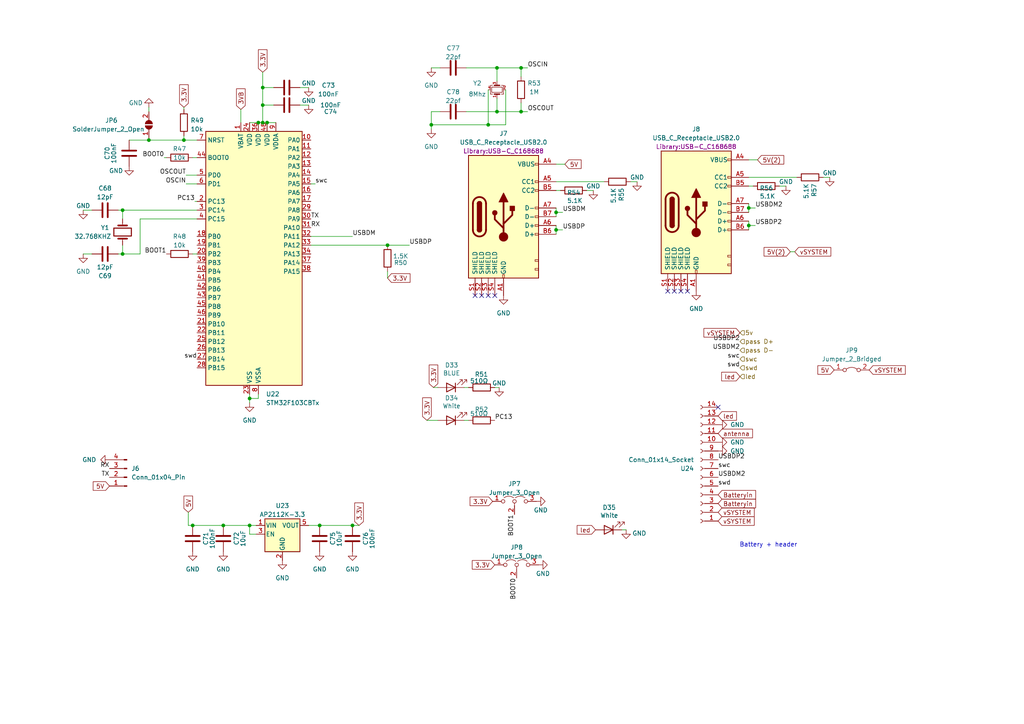
<source format=kicad_sch>
(kicad_sch (version 20231120) (generator "eeschema") (generator_version "8.0")
  (paper "A4")
  (lib_symbols
    (symbol "Connector:Conn_01x04_Pin" (pin_names (offset 1.016) hide)
      (property "Reference" "J" (at 0 5.08 0))
      (property "Value" "Conn_01x04_Pin" (at 0 -7.62 0))
      (symbol "Conn_01x04_Pin_1_1"
        (polyline (pts (xy 1.27 -5.08) (xy 0.8636 -5.08)) (stroke (width 0.1524)))
        (polyline (pts (xy 1.27 -2.54) (xy 0.8636 -2.54)) (stroke (width 0.1524)))
        (polyline (pts (xy 1.27 0) (xy 0.8636 0)) (stroke (width 0.1524)))
        (polyline (pts (xy 1.27 2.54) (xy 0.8636 2.54)) (stroke (width 0.1524)))
        (rectangle (start 0.8636 -4.953) (end 0 -5.207) (stroke (width 0.1524)) (fill (type outline)))
        (rectangle (start 0.8636 -2.413) (end 0 -2.667) (stroke (width 0.1524)) (fill (type outline)))
        (rectangle (start 0.8636 0.127) (end 0 -0.127) (stroke (width 0.1524)) (fill (type outline)))
        (rectangle (start 0.8636 2.667) (end 0 2.413) (stroke (width 0.1524)) (fill (type outline)))
        (pin passive line (at 5.08 2.54 180) (length 3.81) (name "Pin_1") (number "1"))
        (pin passive line (at 5.08 0 180) (length 3.81) (name "Pin_2") (number "2"))
        (pin passive line (at 5.08 -2.54 180) (length 3.81) (name "Pin_3") (number "3"))
        (pin passive line (at 5.08 -5.08 180) (length 3.81) (name "Pin_4") (number "4"))
      )
    )
    (symbol "Connector:Conn_01x14_Socket" (pin_names (offset 1.016) hide)
      (property "Reference" "J" (at 0 17.78 0))
      (property "Value" "Conn_01x14_Socket" (at 0 -20.32 0))
      (symbol "Conn_01x14_Socket_1_1"
        (arc (start 0 -17.272) (mid -0.5058 -17.78) (end 0 -18.288) (stroke (width 0.1524)))
        (arc (start 0 -14.732) (mid -0.5058 -15.24) (end 0 -15.748) (stroke (width 0.1524)))
        (arc (start 0 -12.192) (mid -0.5058 -12.7) (end 0 -13.208) (stroke (width 0.1524)))
        (arc (start 0 -9.652) (mid -0.5058 -10.16) (end 0 -10.668) (stroke (width 0.1524)))
        (arc (start 0 -7.112) (mid -0.5058 -7.62) (end 0 -8.128) (stroke (width 0.1524)))
        (arc (start 0 -4.572) (mid -0.5058 -5.08) (end 0 -5.588) (stroke (width 0.1524)))
        (arc (start 0 -2.032) (mid -0.5058 -2.54) (end 0 -3.048) (stroke (width 0.1524)))
        (polyline (pts (xy -1.27 -17.78) (xy -0.508 -17.78)) (stroke (width 0.1524)))
        (polyline (pts (xy -1.27 -15.24) (xy -0.508 -15.24)) (stroke (width 0.1524)))
        (polyline (pts (xy -1.27 -12.7) (xy -0.508 -12.7)) (stroke (width 0.1524)))
        (polyline (pts (xy -1.27 -10.16) (xy -0.508 -10.16)) (stroke (width 0.1524)))
        (polyline (pts (xy -1.27 -7.62) (xy -0.508 -7.62)) (stroke (width 0.1524)))
        (polyline (pts (xy -1.27 -5.08) (xy -0.508 -5.08)) (stroke (width 0.1524)))
        (polyline (pts (xy -1.27 -2.54) (xy -0.508 -2.54)) (stroke (width 0.1524)))
        (polyline (pts (xy -1.27 0) (xy -0.508 0)) (stroke (width 0.1524)))
        (polyline (pts (xy -1.27 2.54) (xy -0.508 2.54)) (stroke (width 0.1524)))
        (polyline (pts (xy -1.27 5.08) (xy -0.508 5.08)) (stroke (width 0.1524)))
        (polyline (pts (xy -1.27 7.62) (xy -0.508 7.62)) (stroke (width 0.1524)))
        (polyline (pts (xy -1.27 10.16) (xy -0.508 10.16)) (stroke (width 0.1524)))
        (polyline (pts (xy -1.27 12.7) (xy -0.508 12.7)) (stroke (width 0.1524)))
        (polyline (pts (xy -1.27 15.24) (xy -0.508 15.24)) (stroke (width 0.1524)))
        (arc (start 0 0.508) (mid -0.5058 0) (end 0 -0.508) (stroke (width 0.1524)))
        (arc (start 0 3.048) (mid -0.5058 2.54) (end 0 2.032) (stroke (width 0.1524)))
        (arc (start 0 5.588) (mid -0.5058 5.08) (end 0 4.572) (stroke (width 0.1524)))
        (arc (start 0 8.128) (mid -0.5058 7.62) (end 0 7.112) (stroke (width 0.1524)))
        (arc (start 0 10.668) (mid -0.5058 10.16) (end 0 9.652) (stroke (width 0.1524)))
        (arc (start 0 13.208) (mid -0.5058 12.7) (end 0 12.192) (stroke (width 0.1524)))
        (arc (start 0 15.748) (mid -0.5058 15.24) (end 0 14.732) (stroke (width 0.1524)))
        (pin passive line (at -5.08 15.24 0) (length 3.81) (name "Pin_1") (number "1"))
        (pin passive line (at -5.08 -7.62 0) (length 3.81) (name "Pin_10") (number "10"))
        (pin passive line (at -5.08 -10.16 0) (length 3.81) (name "Pin_11") (number "11"))
        (pin passive line (at -5.08 -12.7 0) (length 3.81) (name "Pin_12") (number "12"))
        (pin passive line (at -5.08 -15.24 0) (length 3.81) (name "Pin_13") (number "13"))
        (pin passive line (at -5.08 -17.78 0) (length 3.81) (name "Pin_14") (number "14"))
        (pin passive line (at -5.08 12.7 0) (length 3.81) (name "Pin_2") (number "2"))
        (pin passive line (at -5.08 10.16 0) (length 3.81) (name "Pin_3") (number "3"))
        (pin passive line (at -5.08 7.62 0) (length 3.81) (name "Pin_4") (number "4"))
        (pin passive line (at -5.08 5.08 0) (length 3.81) (name "Pin_5") (number "5"))
        (pin passive line (at -5.08 2.54 0) (length 3.81) (name "Pin_6") (number "6"))
        (pin passive line (at -5.08 0 0) (length 3.81) (name "Pin_7") (number "7"))
        (pin passive line (at -5.08 -2.54 0) (length 3.81) (name "Pin_8") (number "8"))
        (pin passive line (at -5.08 -5.08 0) (length 3.81) (name "Pin_9") (number "9"))
      )
    )
    (symbol "Device:C" (pin_numbers hide) (pin_names (offset 0.254))
      (property "Reference" "C" (at 0.635 2.54 0))
      (property "Value" "C" (at 0.635 -2.54 0))
      (symbol "C_0_1"
        (polyline (pts (xy -2.032 -0.762) (xy 2.032 -0.762)) (stroke (width 0.508)))
        (polyline (pts (xy -2.032 0.762) (xy 2.032 0.762)) (stroke (width 0.508)))
      )
      (symbol "C_1_1"
        (pin passive line (at 0 3.81 270) (length 2.794) (name "~") (number "1"))
        (pin passive line (at 0 -3.81 90) (length 2.794) (name "~") (number "2"))
      )
    )
    (symbol "Device:Crystal" (pin_numbers hide) (pin_names (offset 1.016) hide)
      (property "Reference" "Y" (at 0 3.81 0))
      (property "Value" "Crystal" (at 0 -3.81 0))
      (symbol "Crystal_0_1"
        (rectangle (start -1.143 2.54) (end 1.143 -2.54) (stroke (width 0.3048)))
        (polyline (pts (xy -2.54 0) (xy -1.905 0)))
        (polyline (pts (xy -1.905 -1.27) (xy -1.905 1.27)) (stroke (width 0.508)))
        (polyline (pts (xy 1.905 -1.27) (xy 1.905 1.27)) (stroke (width 0.508)))
        (polyline (pts (xy 2.54 0) (xy 1.905 0)))
      )
      (symbol "Crystal_1_1"
        (pin passive line (at -3.81 0 0) (length 1.27) (name "1") (number "1"))
        (pin passive line (at 3.81 0 180) (length 1.27) (name "2") (number "2"))
      )
    )
    (symbol "Device:Crystal_GND24_Small" (pin_names (offset 1.016) hide)
      (property "Reference" "Y" (at 1.27 4.445 0))
      (property "Value" "Crystal_GND24_Small" (at 1.27 2.54 0))
      (symbol "Crystal_GND24_Small_0_1"
        (rectangle (start -0.762 -1.524) (end 0.762 1.524))
        (polyline (pts (xy -1.27 -0.762) (xy -1.27 0.762)) (stroke (width 0.381)))
        (polyline (pts (xy 1.27 -0.762) (xy 1.27 0.762)) (stroke (width 0.381)))
        (polyline (pts (xy -1.27 -1.27) (xy -1.27 -1.905) (xy 1.27 -1.905) (xy 1.27 -1.27)))
        (polyline (pts (xy -1.27 1.27) (xy -1.27 1.905) (xy 1.27 1.905) (xy 1.27 1.27)))
      )
      (symbol "Crystal_GND24_Small_1_1"
        (pin passive line (at -2.54 0 0) (length 1.27) (name "1") (number "1"))
        (pin passive line (at 0 -2.54 90) (length 0.635) (name "2") (number "2"))
        (pin passive line (at 2.54 0 180) (length 1.27) (name "3") (number "3"))
        (pin passive line (at 0 2.54 270) (length 0.635) (name "4") (number "4"))
      )
    )
    (symbol "Device:LED" (pin_numbers hide) (pin_names (offset 1.016) hide)
      (property "Reference" "D" (at 0 2.54 0))
      (property "Value" "LED" (at 0 -2.54 0))
      (symbol "LED_0_1"
        (polyline (pts (xy -1.27 -1.27) (xy -1.27 1.27)) (stroke (width 0.254)))
        (polyline (pts (xy -1.27 0) (xy 1.27 0)))
        (polyline (pts (xy 1.27 -1.27) (xy 1.27 1.27) (xy -1.27 0) (xy 1.27 -1.27)) (stroke (width 0.254)))
        (polyline (pts (xy -3.048 -0.762) (xy -4.572 -2.286) (xy -3.81 -2.286) (xy -4.572 -2.286) (xy -4.572 -1.524)))
        (polyline (pts (xy -1.778 -0.762) (xy -3.302 -2.286) (xy -2.54 -2.286) (xy -3.302 -2.286) (xy -3.302 -1.524)))
      )
      (symbol "LED_1_1"
        (pin passive line (at -3.81 0 0) (length 2.54) (name "K") (number "1"))
        (pin passive line (at 3.81 0 180) (length 2.54) (name "A") (number "2"))
      )
    )
    (symbol "Device:R" (pin_numbers hide) (pin_names (offset 0))
      (property "Reference" "R" (at 2.032 0 90))
      (property "Value" "R" (at 0 0 90))
      (symbol "R_0_1"
        (rectangle (start -1.016 -2.54) (end 1.016 2.54) (stroke (width 0.254)))
      )
      (symbol "R_1_1"
        (pin passive line (at 0 3.81 270) (length 1.27) (name "~") (number "1"))
        (pin passive line (at 0 -3.81 90) (length 1.27) (name "~") (number "2"))
      )
    )
    (symbol "Jumper:Jumper_2_Bridged" (pin_names (offset 0) hide)
      (property "Reference" "JP" (at 0 1.905 0))
      (property "Value" "Jumper_2_Bridged" (at 0 -2.54 0))
      (symbol "Jumper_2_Bridged_0_0"
        (circle (center -2.032 0) (radius 0.508))
        (circle (center 2.032 0) (radius 0.508))
      )
      (symbol "Jumper_2_Bridged_0_1"
        (arc (start 1.524 0.254) (mid 0 0.762) (end -1.524 0.254))
      )
      (symbol "Jumper_2_Bridged_1_1"
        (pin passive line (at -5.08 0 0) (length 2.54) (name "A") (number "1"))
        (pin passive line (at 5.08 0 180) (length 2.54) (name "B") (number "2"))
      )
    )
    (symbol "Jumper:Jumper_3_Open" (pin_names (offset 0) hide)
      (property "Reference" "JP" (at -2.54 -2.54 0))
      (property "Value" "Jumper_3_Open" (at 0 2.794 0))
      (symbol "Jumper_3_Open_0_0"
        (circle (center -3.302 0) (radius 0.508))
        (circle (center 0 0) (radius 0.508))
        (circle (center 3.302 0) (radius 0.508))
      )
      (symbol "Jumper_3_Open_0_1"
        (arc (start -0.254 1.016) (mid -1.651 1.4992) (end -3.048 1.016))
        (polyline (pts (xy 0 -0.508) (xy 0 -1.27)))
        (arc (start 3.048 1.016) (mid 1.651 1.4992) (end 0.254 1.016))
      )
      (symbol "Jumper_3_Open_1_1"
        (pin passive line (at -6.35 0 0) (length 2.54) (name "A") (number "1"))
        (pin passive line (at 0 -3.81 90) (length 2.54) (name "C") (number "2"))
        (pin passive line (at 6.35 0 180) (length 2.54) (name "B") (number "3"))
      )
    )
    (symbol "Jumper:SolderJumper_2_Open" (pin_names (offset 0) hide)
      (property "Reference" "JP" (at 0 2.032 0))
      (property "Value" "SolderJumper_2_Open" (at 0 -2.54 0))
      (symbol "SolderJumper_2_Open_0_1"
        (arc (start -0.254 1.016) (mid -1.2656 0) (end -0.254 -1.016))
        (arc (start -0.254 1.016) (mid -1.2656 0) (end -0.254 -1.016) (fill (type outline)))
        (polyline (pts (xy -0.254 1.016) (xy -0.254 -1.016)))
        (polyline (pts (xy 0.254 1.016) (xy 0.254 -1.016)))
        (arc (start 0.254 -1.016) (mid 1.2656 0) (end 0.254 1.016))
        (arc (start 0.254 -1.016) (mid 1.2656 0) (end 0.254 1.016) (fill (type outline)))
      )
      (symbol "SolderJumper_2_Open_1_1"
        (pin passive line (at -3.81 0 0) (length 2.54) (name "A") (number "1"))
        (pin passive line (at 3.81 0 180) (length 2.54) (name "B") (number "2"))
      )
    )
    (symbol "Library:USB_C_Receptacle_USB2.0" (pin_names (offset 1.016))
      (property "Reference" "J1" (at 2.7178 24.3078 0))
      (property "Value" "USB_C_Receptacle_USB2.0" (at 2.7178 21.9964 0))
      (property "Footprint" "Library:USB-C_C168688" (at 2.7178 19.685 0))
      (symbol "USB_C_Receptacle_USB2.0_0_0"
        (rectangle (start -0.254 -17.78) (end 0.254 -16.764))
        (rectangle (start 10.16 -14.986) (end 9.144 -15.494))
        (rectangle (start 10.16 -12.446) (end 9.144 -12.954))
        (rectangle (start 10.16 -4.826) (end 9.144 -5.334))
        (rectangle (start 10.16 -2.286) (end 9.144 -2.794))
        (rectangle (start 10.16 0.254) (end 9.144 -0.254))
        (rectangle (start 10.16 2.794) (end 9.144 2.286))
        (rectangle (start 10.16 7.874) (end 9.144 7.366))
        (rectangle (start 10.16 10.414) (end 9.144 9.906))
        (rectangle (start 10.16 15.494) (end 9.144 14.986))
      )
      (symbol "USB_C_Receptacle_USB2.0_0_1"
        (rectangle (start -10.16 17.78) (end 10.16 -17.78) (stroke (width 0.254)) (fill (type background)))
        (arc (start -8.89 -3.81) (mid -6.985 -5.7067) (end -5.08 -3.81) (stroke (width 0.508)))
        (arc (start -7.62 -3.81) (mid -6.985 -4.4423) (end -6.35 -3.81) (stroke (width 0.254)))
        (arc (start -7.62 -3.81) (mid -6.985 -4.4423) (end -6.35 -3.81) (stroke (width 0.254)) (fill (type outline)))
        (rectangle (start -7.62 -3.81) (end -6.35 3.81) (stroke (width 0.254)) (fill (type outline)))
        (arc (start -6.35 3.81) (mid -6.985 4.4423) (end -7.62 3.81) (stroke (width 0.254)))
        (arc (start -6.35 3.81) (mid -6.985 4.4423) (end -7.62 3.81) (stroke (width 0.254)) (fill (type outline)))
        (arc (start -5.08 3.81) (mid -6.985 5.7067) (end -8.89 3.81) (stroke (width 0.508)))
        (circle (center -2.54 1.143) (radius 0.635) (stroke (width 0.254)) (fill (type outline)))
        (circle (center 0 -5.842) (radius 1.27) (fill (type outline)))
        (polyline (pts (xy -8.89 -3.81) (xy -8.89 3.81)) (stroke (width 0.508)))
        (polyline (pts (xy -5.08 3.81) (xy -5.08 -3.81)) (stroke (width 0.508)))
        (polyline (pts (xy 0 -5.842) (xy 0 4.318)) (stroke (width 0.508)))
        (polyline (pts (xy 0 -3.302) (xy -2.54 -0.762) (xy -2.54 0.508)) (stroke (width 0.508)))
        (polyline (pts (xy 0 -2.032) (xy 2.54 0.508) (xy 2.54 1.778)) (stroke (width 0.508)))
        (polyline (pts (xy -1.27 4.318) (xy 0 6.858) (xy 1.27 4.318) (xy -1.27 4.318)) (stroke (width 0.254)) (fill (type outline)))
        (rectangle (start 1.905 1.778) (end 3.175 3.048) (stroke (width 0.254)) (fill (type outline)))
      )
      (symbol "USB_C_Receptacle_USB2.0_1_1"
        (pin power_in line (at 0 -22.86 90) (length 5.08) (name "GND") (number "A1"))
        (pin power_in line (at 15.24 15.24 180) (length 5.08) (name "VBUS") (number "A4"))
        (pin bidirectional line (at 15.24 10.16 180) (length 5.08) (name "CC1") (number "A5"))
        (pin bidirectional line (at 15.24 -2.54 180) (length 5.08) (name "D+") (number "A6"))
        (pin bidirectional line (at 15.24 2.54 180) (length 5.08) (name "D-") (number "A7"))
        (pin bidirectional line (at 15.24 7.62 180) (length 5.08) (name "CC2") (number "B5"))
        (pin bidirectional line (at 15.24 -5.08 180) (length 5.08) (name "D+") (number "B6"))
        (pin bidirectional line (at 15.24 0 180) (length 5.08) (name "D-") (number "B7"))
        (pin passive line (at -8.255 -22.86 90) (length 5.08) (name "SHIELD") (number "S1"))
        (pin passive line (at -6.35 -22.86 90) (length 5.08) (name "SHIELD") (number "S2"))
        (pin passive line (at -4.445 -22.86 90) (length 5.08) (name "SHIELD") (number "S3"))
        (pin passive line (at -2.54 -22.86 90) (length 5.08) (name "SHIELD") (number "S4"))
      )
    )
    (symbol "MCU_ST_STM32F1:STM32F103CBTx"
      (property "Reference" "U" (at -12.7 39.37 0))
      (property "Value" "STM32F103CBTx" (at 10.16 39.37 0))
      (symbol "STM32F103CBTx_0_1"
        (rectangle (start -12.7 -35.56) (end 15.24 38.1) (stroke (width 0.254)) (fill (type background)))
      )
      (symbol "STM32F103CBTx_1_1"
        (pin power_in line (at -2.54 40.64 270) (length 2.54) (name "VBAT") (number "1"))
        (pin bidirectional line (at 17.78 35.56 180) (length 2.54) (name "PA0") (number "10"))
        (pin bidirectional line (at 17.78 33.02 180) (length 2.54) (name "PA1") (number "11"))
        (pin bidirectional line (at 17.78 30.48 180) (length 2.54) (name "PA2") (number "12"))
        (pin bidirectional line (at 17.78 27.94 180) (length 2.54) (name "PA3") (number "13"))
        (pin bidirectional line (at 17.78 25.4 180) (length 2.54) (name "PA4") (number "14"))
        (pin bidirectional line (at 17.78 22.86 180) (length 2.54) (name "PA5") (number "15"))
        (pin bidirectional line (at 17.78 20.32 180) (length 2.54) (name "PA6") (number "16"))
        (pin bidirectional line (at 17.78 17.78 180) (length 2.54) (name "PA7") (number "17"))
        (pin bidirectional line (at -15.24 7.62 0) (length 2.54) (name "PB0") (number "18"))
        (pin bidirectional line (at -15.24 5.08 0) (length 2.54) (name "PB1") (number "19"))
        (pin bidirectional line (at -15.24 17.78 0) (length 2.54) (name "PC13") (number "2"))
        (pin bidirectional line (at -15.24 2.54 0) (length 2.54) (name "PB2") (number "20"))
        (pin bidirectional line (at -15.24 -17.78 0) (length 2.54) (name "PB10") (number "21"))
        (pin bidirectional line (at -15.24 -20.32 0) (length 2.54) (name "PB11") (number "22"))
        (pin power_in line (at 0 -38.1 90) (length 2.54) (name "VSS") (number "23"))
        (pin power_in line (at 0 40.64 270) (length 2.54) (name "VDD") (number "24"))
        (pin bidirectional line (at -15.24 -22.86 0) (length 2.54) (name "PB12") (number "25"))
        (pin bidirectional line (at -15.24 -25.4 0) (length 2.54) (name "PB13") (number "26"))
        (pin bidirectional line (at -15.24 -27.94 0) (length 2.54) (name "PB14") (number "27"))
        (pin bidirectional line (at -15.24 -30.48 0) (length 2.54) (name "PB15") (number "28"))
        (pin bidirectional line (at 17.78 15.24 180) (length 2.54) (name "PA8") (number "29"))
        (pin bidirectional line (at -15.24 15.24 0) (length 2.54) (name "PC14") (number "3"))
        (pin bidirectional line (at 17.78 12.7 180) (length 2.54) (name "PA9") (number "30"))
        (pin bidirectional line (at 17.78 10.16 180) (length 2.54) (name "PA10") (number "31"))
        (pin bidirectional line (at 17.78 7.62 180) (length 2.54) (name "PA11") (number "32"))
        (pin bidirectional line (at 17.78 5.08 180) (length 2.54) (name "PA12") (number "33"))
        (pin bidirectional line (at 17.78 2.54 180) (length 2.54) (name "PA13") (number "34"))
        (pin passive line (at 0 -38.1 90) (length 2.54) hide (name "VSS") (number "35"))
        (pin power_in line (at 2.54 40.64 270) (length 2.54) (name "VDD") (number "36"))
        (pin bidirectional line (at 17.78 0 180) (length 2.54) (name "PA14") (number "37"))
        (pin bidirectional line (at 17.78 -2.54 180) (length 2.54) (name "PA15") (number "38"))
        (pin bidirectional line (at -15.24 0 0) (length 2.54) (name "PB3") (number "39"))
        (pin bidirectional line (at -15.24 12.7 0) (length 2.54) (name "PC15") (number "4"))
        (pin bidirectional line (at -15.24 -2.54 0) (length 2.54) (name "PB4") (number "40"))
        (pin bidirectional line (at -15.24 -5.08 0) (length 2.54) (name "PB5") (number "41"))
        (pin bidirectional line (at -15.24 -7.62 0) (length 2.54) (name "PB6") (number "42"))
        (pin bidirectional line (at -15.24 -10.16 0) (length 2.54) (name "PB7") (number "43"))
        (pin input line (at -15.24 30.48 0) (length 2.54) (name "BOOT0") (number "44"))
        (pin bidirectional line (at -15.24 -12.7 0) (length 2.54) (name "PB8") (number "45"))
        (pin bidirectional line (at -15.24 -15.24 0) (length 2.54) (name "PB9") (number "46"))
        (pin passive line (at 0 -38.1 90) (length 2.54) hide (name "VSS") (number "47"))
        (pin power_in line (at 5.08 40.64 270) (length 2.54) (name "VDD") (number "48"))
        (pin bidirectional line (at -15.24 25.4 0) (length 2.54) (name "PD0") (number "5"))
        (pin bidirectional line (at -15.24 22.86 0) (length 2.54) (name "PD1") (number "6"))
        (pin input line (at -15.24 35.56 0) (length 2.54) (name "NRST") (number "7"))
        (pin power_in line (at 2.54 -38.1 90) (length 2.54) (name "VSSA") (number "8"))
        (pin power_in line (at 7.62 40.64 270) (length 2.54) (name "VDDA") (number "9"))
      )
    )
    (symbol "Regulator_Linear:AP2112K-3.3" (pin_names (offset 0.254))
      (property "Reference" "U" (at -5.08 5.715 0))
      (property "Value" "AP2112K-3.3" (at 0 5.715 0))
      (symbol "AP2112K-3.3_0_1"
        (rectangle (start -5.08 4.445) (end 5.08 -5.08) (stroke (width 0.254)) (fill (type background)))
      )
      (symbol "AP2112K-3.3_1_1"
        (pin power_in line (at -7.62 2.54 0) (length 2.54) (name "VIN") (number "1"))
        (pin power_in line (at 0 -7.62 90) (length 2.54) (name "GND") (number "2"))
        (pin input line (at -7.62 0 0) (length 2.54) (name "EN") (number "3"))
        (pin no_connect line (at 5.08 0 180) (length 2.54) hide (name "NC") (number "4"))
        (pin power_out line (at 7.62 2.54 180) (length 2.54) (name "VOUT") (number "5"))
      )
    )
    (symbol "power:GND" (power) (pin_names (offset 0))
      (property "Value" "GND" (at 0 -3.81 0))
      (symbol "GND_0_1"
        (polyline (pts (xy 0 0) (xy 0 -1.27) (xy 1.27 -1.27) (xy 0 -2.54) (xy -1.27 -1.27) (xy 0 -1.27)))
      )
      (symbol "GND_1_1"
        (pin power_in line (at 0 0 270) (length 0) hide (name "GND") (number "1"))
      )
    )
  )
  (junction (at 161.29 61.595))
  (junction (at 77.47 35.56))
  (junction (at 144.145 32.385))
  (junction (at 92.71 152.4))
  (junction (at 72.39 115.57))
  (junction (at 64.77 152.4))
  (junction (at 55.88 152.4))
  (junction (at 125.095 36.195))
  (junction (at 74.93 35.56))
  (junction (at 217.17 65.405))
  (junction (at 161.29 66.675))
  (junction (at 151.13 19.685))
  (junction (at 112.395 71.12))
  (junction (at 53.34 40.64))
  (junction (at 35.56 60.96))
  (junction (at 43.18 40.64))
  (junction (at 76.2 35.56))
  (junction (at 144.145 19.685))
  (junction (at 76.2 25.4))
  (junction (at 151.13 32.385))
  (junction (at 35.56 73.66))
  (junction (at 141.605 36.195))
  (junction (at 72.39 152.4))
  (junction (at 217.17 60.325))
  (junction (at 76.2 30.48))
  (junction (at 102.235 152.4))
  (no_connect (at 143.51 85.725))
  (no_connect (at 197.485 84.455))
  (no_connect (at 199.39 84.455))
  (no_connect (at 208.28 118.11))
  (no_connect (at 193.675 84.455))
  (no_connect (at 137.795 85.725))
  (no_connect (at 139.7 85.725))
  (no_connect (at 141.605 85.725))
  (no_connect (at 195.58 84.455))
  (wire (pts (xy 144.145 19.685) (xy 151.13 19.685)))
  (wire (pts (xy 134.62 112.395) (xy 135.89 112.395)))
  (wire (pts (xy 217.17 60.325) (xy 217.17 61.595)))
  (wire (pts (xy 125.095 19.685) (xy 127.635 19.685)))
  (wire (pts (xy 90.17 68.58) (xy 102.235 68.58)))
  (wire (pts (xy 76.2 30.48) (xy 79.375 30.48)))
  (wire (pts (xy 125.095 32.385) (xy 127.635 32.385)))
  (wire (pts (xy 72.39 35.56) (xy 74.93 35.56)))
  (wire (pts (xy 135.255 19.685) (xy 144.145 19.685)))
  (wire (pts (xy 35.56 71.12) (xy 35.56 73.66)))
  (wire (pts (xy 144.78 112.395) (xy 143.51 112.395)))
  (wire (pts (xy 35.56 60.96) (xy 57.15 60.96)))
  (wire (pts (xy 74.93 115.57) (xy 74.93 114.3)))
  (wire (pts (xy 76.2 20.955) (xy 76.2 25.4)))
  (wire (pts (xy 125.095 36.195) (xy 125.095 32.385)))
  (wire (pts (xy 144.145 28.575) (xy 144.145 32.385)))
  (wire (pts (xy 91.44 53.34) (xy 90.17 53.34)))
  (wire (pts (xy 55.88 45.72) (xy 57.15 45.72)))
  (wire (pts (xy 240.665 51.435) (xy 238.76 51.435)))
  (wire (pts (xy 118.745 71.12) (xy 112.395 71.12)))
  (wire (pts (xy 77.47 35.56) (xy 80.01 35.56)))
  (wire (pts (xy 55.88 73.66) (xy 57.15 73.66)))
  (wire (pts (xy 72.39 116.84) (xy 72.39 115.57)))
  (wire (pts (xy 161.29 60.325) (xy 161.29 61.595)))
  (wire (pts (xy 146.685 26.035) (xy 146.685 36.195)))
  (wire (pts (xy 72.39 154.94) (xy 72.39 152.4)))
  (wire (pts (xy 146.685 36.195) (xy 141.605 36.195)))
  (wire (pts (xy 53.34 40.64) (xy 57.15 40.64)))
  (wire (pts (xy 74.295 154.94) (xy 72.39 154.94)))
  (wire (pts (xy 64.77 152.4) (xy 55.88 152.4)))
  (wire (pts (xy 217.17 64.135) (xy 217.17 65.405)))
  (wire (pts (xy 76.2 25.4) (xy 76.2 30.48)))
  (wire (pts (xy 125.095 37.465) (xy 125.095 36.195)))
  (wire (pts (xy 53.34 39.37) (xy 53.34 40.64)))
  (wire (pts (xy 163.195 61.595) (xy 161.29 61.595)))
  (wire (pts (xy 161.29 66.675) (xy 161.29 67.945)))
  (wire (pts (xy 219.075 60.325) (xy 217.17 60.325)))
  (wire (pts (xy 141.605 36.195) (xy 125.095 36.195)))
  (wire (pts (xy 104.14 152.4) (xy 102.235 152.4)))
  (wire (pts (xy 35.56 73.66) (xy 40.64 73.66)))
  (wire (pts (xy 69.85 31.75) (xy 69.85 35.56)))
  (wire (pts (xy 151.13 32.385) (xy 153.035 32.385)))
  (wire (pts (xy 56.515 58.42) (xy 57.15 58.42)))
  (wire (pts (xy 74.93 35.56) (xy 76.2 35.56)))
  (wire (pts (xy 184.785 52.705) (xy 182.88 52.705)))
  (wire (pts (xy 219.075 65.405) (xy 217.17 65.405)))
  (wire (pts (xy 76.2 25.4) (xy 79.375 25.4)))
  (wire (pts (xy 53.34 31.75) (xy 53.34 31.115)))
  (wire (pts (xy 72.39 115.57) (xy 74.93 115.57)))
  (wire (pts (xy 74.295 152.4) (xy 72.39 152.4)))
  (wire (pts (xy 163.195 66.675) (xy 161.29 66.675)))
  (wire (pts (xy 43.18 40.005) (xy 43.18 40.64)))
  (wire (pts (xy 151.13 19.685) (xy 151.13 22.225)))
  (wire (pts (xy 227.965 53.975) (xy 226.06 53.975)))
  (wire (pts (xy 24.13 73.66) (xy 26.67 73.66)))
  (wire (pts (xy 90.17 71.12) (xy 112.395 71.12)))
  (wire (pts (xy 162.56 55.245) (xy 161.29 55.245)))
  (wire (pts (xy 175.26 52.705) (xy 161.29 52.705)))
  (wire (pts (xy 112.395 80.645) (xy 112.395 78.74)))
  (wire (pts (xy 72.39 115.57) (xy 72.39 114.3)))
  (wire (pts (xy 151.13 29.845) (xy 151.13 32.385)))
  (wire (pts (xy 181.61 153.67) (xy 180.34 153.67)))
  (wire (pts (xy 89.535 152.4) (xy 92.71 152.4)))
  (wire (pts (xy 231.14 51.435) (xy 217.17 51.435)))
  (wire (pts (xy 53.975 50.8) (xy 57.15 50.8)))
  (wire (pts (xy 89.535 25.4) (xy 86.995 25.4)))
  (wire (pts (xy 54.61 152.4) (xy 54.61 148.59)))
  (wire (pts (xy 55.88 152.4) (xy 54.61 152.4)))
  (wire (pts (xy 219.71 46.355) (xy 217.17 46.355)))
  (wire (pts (xy 76.2 35.56) (xy 77.47 35.56)))
  (wire (pts (xy 144.145 19.685) (xy 144.145 23.495)))
  (wire (pts (xy 53.975 53.34) (xy 57.15 53.34)))
  (wire (pts (xy 43.18 40.64) (xy 53.34 40.64)))
  (wire (pts (xy 24.13 60.96) (xy 26.67 60.96)))
  (wire (pts (xy 217.17 59.055) (xy 217.17 60.325)))
  (wire (pts (xy 144.145 32.385) (xy 135.255 32.385)))
  (wire (pts (xy 47.625 45.72) (xy 48.26 45.72)))
  (wire (pts (xy 134.62 121.92) (xy 135.89 121.92)))
  (wire (pts (xy 34.29 60.96) (xy 35.56 60.96)))
  (wire (pts (xy 217.17 65.405) (xy 217.17 66.675)))
  (wire (pts (xy 43.18 31.115) (xy 43.18 32.385)))
  (wire (pts (xy 76.2 30.48) (xy 76.2 35.56)))
  (wire (pts (xy 141.605 26.035) (xy 141.605 36.195)))
  (wire (pts (xy 72.39 152.4) (xy 64.77 152.4)))
  (wire (pts (xy 230.505 73.025) (xy 229.235 73.025)))
  (wire (pts (xy 161.29 61.595) (xy 161.29 62.865)))
  (wire (pts (xy 35.56 63.5) (xy 35.56 60.96)))
  (wire (pts (xy 172.085 55.245) (xy 170.18 55.245)))
  (wire (pts (xy 57.15 63.5) (xy 40.64 63.5)))
  (wire (pts (xy 40.64 63.5) (xy 40.64 73.66)))
  (wire (pts (xy 218.44 53.975) (xy 217.17 53.975)))
  (wire (pts (xy 37.465 40.64) (xy 43.18 40.64)))
  (wire (pts (xy 163.83 47.625) (xy 161.29 47.625)))
  (wire (pts (xy 89.535 30.48) (xy 86.995 30.48)))
  (wire (pts (xy 151.13 19.685) (xy 153.035 19.685)))
  (wire (pts (xy 123.825 121.92) (xy 127 121.92)))
  (wire (pts (xy 161.29 65.405) (xy 161.29 66.675)))
  (wire (pts (xy 144.145 32.385) (xy 151.13 32.385)))
  (wire (pts (xy 125.73 112.395) (xy 127 112.395)))
  (wire (pts (xy 34.29 73.66) (xy 35.56 73.66)))
  (wire (pts (xy 92.71 152.4) (xy 102.235 152.4)))
  (text "Battery + header" (at 222.885 158.115 0) (effects (font (size 1.27 1.27))))
  (label "PC13" (at 56.515 58.42 180))
  (label "PC13" (at 143.51 121.92 0))
  (label "USBDP" (at 163.195 66.675 0))
  (label "swd" (at 214.63 106.68 180))
  (label "USBDM2" (at 208.28 138.43 0))
  (label "USBDM2" (at 219.075 60.325 0))
  (label "BOOT0" (at 47.625 45.72 180))
  (label "TX" (at 90.17 63.5 0))
  (label "BOOT0" (at 149.86 167.64 270))
  (label "swd" (at 208.28 140.97 0))
  (label "OSCOUT" (at 53.975 50.8 180))
  (label "swd" (at 57.15 104.14 180))
  (label "USBDP2" (at 214.63 99.06 180))
  (label "RX" (at 90.17 66.04 0))
  (label "swc" (at 91.44 53.34 0))
  (label "USBDP2" (at 208.28 133.35 0))
  (label "USBDM" (at 163.195 61.595 0))
  (label "USBDM2" (at 214.63 101.6 180))
  (label "OSCIN" (at 153.035 19.685 0))
  (label "USBDP" (at 118.745 71.12 0))
  (label "BOOT1" (at 48.26 73.66 180))
  (label "OSCOUT" (at 153.035 32.385 0))
  (label "USBDP2" (at 219.075 65.405 0))
  (label "RX" (at 31.75 135.89 180))
  (label "swc" (at 214.63 104.14 180))
  (label "USBDM" (at 102.235 68.58 0))
  (label "TX" (at 31.75 138.43 180))
  (label "swc" (at 208.28 135.89 0))
  (label "BOOT1" (at 149.225 149.225 270))
  (label "OSCIN" (at 53.975 53.34 180))
  (global_label "vSYSTEM" (shape input) (at 214.63 96.52 180) (property "Intersheetrefs" "${INTERSHEET_REFS}" (effects (hide yes))))
  (global_label "3.3V" (shape input) (at 142.875 145.415 180) (property "Intersheetrefs" "${INTERSHEET_REFS}" (effects (hide yes))))
  (global_label "vSYSTEM" (shape input) (at 208.28 151.13 0) (property "Intersheetrefs" "${INTERSHEET_REFS}" (effects (hide yes))))
  (global_label "3VB" (shape input) (at 69.85 31.75 90) (property "Intersheetrefs" "${INTERSHEET_REFS}" (effects (hide yes))))
  (global_label "3.3V" (shape input) (at 112.395 80.645 0) (property "Intersheetrefs" "${INTERSHEET_REFS}" (effects (hide yes))))
  (global_label "led" (shape input) (at 208.28 120.65 0) (property "Intersheetrefs" "${INTERSHEET_REFS}" (effects (hide yes))))
  (global_label "vSYSTEM" (shape input) (at 230.505 73.025 0) (property "Intersheetrefs" "${INTERSHEET_REFS}" (effects (hide yes))))
  (global_label "3.3V" (shape input) (at 76.2 20.955 90) (property "Intersheetrefs" "${INTERSHEET_REFS}" (effects (hide yes))))
  (global_label "Batteryin" (shape input) (at 208.28 146.05 0) (property "Intersheetrefs" "${INTERSHEET_REFS}" (effects (hide yes))))
  (global_label "Batteryin" (shape input) (at 208.28 143.51 0) (property "Intersheetrefs" "${INTERSHEET_REFS}" (effects (hide yes))))
  (global_label "vSYSTEM" (shape input) (at 252.095 107.315 0) (property "Intersheetrefs" "${INTERSHEET_REFS}" (effects (hide yes))))
  (global_label "5V(2)" (shape input) (at 219.71 46.355 0) (property "Intersheetrefs" "${INTERSHEET_REFS}" (effects (hide yes))))
  (global_label "3.3V" (shape input) (at 53.34 31.115 90) (property "Intersheetrefs" "${INTERSHEET_REFS}" (effects (hide yes))))
  (global_label "5V(2)" (shape input) (at 229.235 73.025 180) (property "Intersheetrefs" "${INTERSHEET_REFS}" (effects (hide yes))))
  (global_label "led" (shape input) (at 172.72 153.67 180) (property "Intersheetrefs" "${INTERSHEET_REFS}" (effects (hide yes))))
  (global_label "5V" (shape input) (at 54.61 148.59 90) (property "Intersheetrefs" "${INTERSHEET_REFS}" (effects (hide yes))))
  (global_label "3.3V" (shape input) (at 123.825 121.92 90) (property "Intersheetrefs" "${INTERSHEET_REFS}" (effects (hide yes))))
  (global_label "antenna" (shape input) (at 208.28 125.73 0) (property "Intersheetrefs" "${INTERSHEET_REFS}" (effects (hide yes))))
  (global_label "vSYSTEM" (shape input) (at 208.28 148.59 0) (property "Intersheetrefs" "${INTERSHEET_REFS}" (effects (hide yes))))
  (global_label "5V" (shape input) (at 31.75 140.97 180) (property "Intersheetrefs" "${INTERSHEET_REFS}" (effects (hide yes))))
  (global_label "3.3V" (shape input) (at 143.51 163.83 180) (property "Intersheetrefs" "${INTERSHEET_REFS}" (effects (hide yes))))
  (global_label "3.3V" (shape input) (at 125.73 112.395 90) (property "Intersheetrefs" "${INTERSHEET_REFS}" (effects (hide yes))))
  (global_label "5V" (shape input) (at 241.935 107.315 180) (property "Intersheetrefs" "${INTERSHEET_REFS}" (effects (hide yes))))
  (global_label "3.3V" (shape input) (at 104.14 152.4 90) (property "Intersheetrefs" "${INTERSHEET_REFS}" (effects (hide yes))))
  (global_label "led" (shape input) (at 214.63 109.22 180) (property "Intersheetrefs" "${INTERSHEET_REFS}" (effects (hide yes))))
  (global_label "5V" (shape input) (at 163.83 47.625 0) (property "Intersheetrefs" "${INTERSHEET_REFS}" (effects (hide yes))))
  (hierarchical_label "swc" (shape input) (at 214.63 104.14 0))
  (hierarchical_label "pass D-" (shape input) (at 214.63 101.6 0))
  (hierarchical_label "swd" (shape input) (at 214.63 106.68 0))
  (hierarchical_label "led" (shape input) (at 214.63 109.22 0))
  (hierarchical_label "pass D+" (shape input) (at 214.63 99.06 0))
  (hierarchical_label "5v" (shape input) (at 214.63 96.52 0))
  (symbol (lib_id "power:GND") (at 24.13 73.66 0) (unit 1)
    (property "Reference" "#PWR0143" (effects (hide yes)))
    (property "Value" "GND" (at 24.13 78.74 0))
  )
  (symbol (lib_id "Device:Crystal") (at 35.56 67.31 270) (unit 1)
    (property "Reference" "Y1" (at 29.21 66.04 90) (effects (justify left)))
    (property "Value" "32.768KHZ" (at 21.59 68.58 90) (effects (justify left)))
    (property "Footprint" "Crystal:Crystal_SMD_3215-2Pin_3.2x1.5mm" (effects (hide yes)))
    (property "ID" "43" (effects (hide yes)))
  )
  (symbol (lib_id "power:GND") (at 181.61 153.67 0) (unit 1)
    (property "Reference" "#PWR0162" (effects (hide yes)))
    (property "Value" "GND" (at 183.388 154.686 0) (effects (justify left)))
  )
  (symbol (lib_id "Device:C") (at 92.71 156.21 180) (unit 1)
    (property "Reference" "C75" (at 96.52 156.21 90))
    (property "Value" "10uF" (at 98.425 156.21 90))
    (property "Footprint" "Library:0402" (effects (hide yes)))
    (property "ID" "83" (effects (hide yes)))
  )
  (symbol (lib_id "power:GND") (at 89.535 30.48 0) (unit 1)
    (property "Reference" "#PWR0151" (effects (hide yes)))
    (property "Value" "GND" (at 89.535 29.21 0))
  )
  (symbol (lib_id "power:GND") (at 24.13 60.96 0) (unit 1)
    (property "Reference" "#PWR0142" (effects (hide yes)))
    (property "Value" "GND" (at 24.13 59.69 0))
  )
  (symbol (lib_id "power:GND") (at 64.77 160.02 0) (unit 1)
    (property "Reference" "#PWR0147" (effects (hide yes)))
    (property "Value" "GND" (at 64.77 165.1 0))
  )
  (symbol (lib_id "Jumper:Jumper_2_Bridged") (at 247.015 107.315 0) (unit 1)
    (property "Reference" "JP9" (at 247.015 101.6 0))
    (property "Value" "Jumper_2_Bridged" (at 247.015 104.14 0))
    (property "Footprint" "Jumper:SolderJumper-2_P1.3mm_Bridged_RoundedPad1.0x1.5mm" (effects (hide yes)))
  )
  (symbol (lib_id "power:GND") (at 208.28 123.19 90) (unit 1)
    (property "Reference" "#PWR0165" (effects (hide yes)))
    (property "Value" "GND" (at 215.9 123.19 90) (effects (justify left)))
  )
  (symbol (lib_id "Device:C") (at 55.88 156.21 180) (unit 1)
    (property "Reference" "C71" (at 59.69 156.21 90))
    (property "Value" "100nF" (at 61.595 156.21 90))
    (property "Footprint" "Library:0402" (effects (hide yes)))
    (property "ID" "21" (effects (hide yes)))
  )
  (symbol (lib_id "Device:R") (at 139.7 112.395 90) (unit 1)
    (property "Reference" "R51" (at 141.605 108.585 90) (effects (justify left)))
    (property "Value" "510Ω" (at 141.605 110.49 90) (effects (justify left)))
    (property "Footprint" "Resistor_SMD:R_0402_1005Metric" (effects (hide yes)))
    (property "ID" "100" (effects (hide yes)))
  )
  (symbol (lib_id "power:GND") (at 208.28 128.27 90) (unit 1)
    (property "Reference" "#PWR0166" (effects (hide yes)))
    (property "Value" "GND" (at 215.9 128.27 90) (effects (justify left)))
  )
  (symbol (lib_id "Device:R") (at 53.34 35.56 0) (unit 1)
    (property "Reference" "R49" (at 55.245 34.925 0) (effects (justify left)))
    (property "Value" "10k" (at 55.245 37.465 0) (effects (justify left)))
    (property "Footprint" "Library:0402" (effects (hide yes)))
    (property "ID" "7" (effects (hide yes)))
  )
  (symbol (lib_id "Connector:Conn_01x04_Pin") (at 36.83 138.43 180) (unit 1)
    (property "Reference" "J6" (at 38.1 135.8899 0) (effects (justify right)))
    (property "Value" "Conn_01x04_Pin" (at 38.1 138.4299 0) (effects (justify right)))
    (property "Footprint" "Connector_PinHeader_1.27mm:PinHeader_1x04_P1.27mm_Vertical" (effects (hide yes)))
    (property "Description" "Generic connector, single row, 01x04, script generated" (effects (hide yes)))
  )
  (symbol (lib_id "Device:C") (at 30.48 73.66 270) (unit 1)
    (property "Reference" "C69" (at 30.48 80.01 90))
    (property "Value" "12pF" (at 30.48 77.47 90))
    (property "Footprint" "Library:0402" (effects (hide yes)))
    (property "ID" "17" (effects (hide yes)))
  )
  (symbol (lib_id "Device:R") (at 222.25 53.975 270) (unit 1)
    (property "Reference" "R56" (at 220.345 54.61 90) (effects (justify left)))
    (property "Value" "5.1K" (at 220.345 56.9214 90) (effects (justify left)))
    (property "Footprint" "Resistor_SMD:R_0402_1005Metric" (effects (hide yes)))
    (property "ID" "23" (effects (hide yes)))
  )
  (symbol (lib_id "Device:C") (at 102.235 156.21 180) (unit 1)
    (property "Reference" "C76" (at 106.045 156.21 90))
    (property "Value" "100nF" (at 107.95 156.21 90))
    (property "Footprint" "Library:0402" (effects (hide yes)))
    (property "ID" "21" (effects (hide yes)))
  )
  (symbol (lib_id "Device:C") (at 131.445 32.385 90) (unit 1)
    (property "Reference" "C78" (at 131.445 26.67 90))
    (property "Value" "22pf" (at 131.445 29.21 90))
    (property "Footprint" "Library:0402" (effects (hide yes)))
    (property "ID" "84" (effects (hide yes)))
  )
  (symbol (lib_id "power:GND") (at 208.28 130.81 90) (unit 1)
    (property "Reference" "#PWR0167" (effects (hide yes)))
    (property "Value" "GND" (at 215.9 130.81 90) (effects (justify left)))
  )
  (symbol (lib_id "power:GND") (at 227.965 53.975 0) (unit 1)
    (property "Reference" "#PWR0168" (effects (hide yes)))
    (property "Value" "GND" (at 227.965 52.705 0))
  )
  (symbol (lib_id "Device:LED") (at 130.81 112.395 180) (unit 1)
    (property "Reference" "D33" (at 130.9878 105.918 0))
    (property "Value" "BLUE" (at 130.9878 108.2294 0))
    (property "Footprint" "LED_SMD:LED_0402_1005Metric" (effects (hide yes)))
    (property "ID" "90" (effects (hide yes)))
  )
  (symbol (lib_id "Device:C") (at 83.185 25.4 270) (unit 1)
    (property "Reference" "C73" (at 95.25 24.765 90))
    (property "Value" "100nF" (at 95.25 27.305 90))
    (property "Footprint" "Library:0402" (effects (hide yes)))
    (property "ID" "21" (effects (hide yes)))
  )
  (symbol (lib_id "Library:USB_C_Receptacle_USB2.0") (at 146.05 62.865 0) (unit 1)
    (property "Reference" "J7" (at 146.05 38.735 0))
    (property "Value" "USB_C_Receptacle_USB2.0" (at 146.05 41.275 0))
    (property "Footprint" "Library:USB-C_C168688" (at 146.05 43.815 0))
    (property "Datasheet" "https://www.usb.org/sites/default/files/documents/usb_type-c.zip" (effects (hide yes)))
    (property "ID" "65" (effects (hide yes)))
  )
  (symbol (lib_id "power:GND") (at 43.18 31.115 180) (unit 1)
    (property "Reference" "#PWR0145" (effects (hide yes)))
    (property "Value" "GND" (at 39.37 29.845 0))
  )
  (symbol (lib_id "Device:Crystal_GND24_Small") (at 144.145 26.035 90) (unit 1)
    (property "Reference" "Y2" (at 138.43 24.13 90))
    (property "Value" "8Mhz" (at 138.43 27.305 90))
    (property "Footprint" "Crystal:Crystal_SMD_3225-4Pin_3.2x2.5mm" (effects (hide yes)))
    (property "ID" "103" (effects (hide yes)))
  )
  (symbol (lib_id "power:GND") (at 92.71 160.02 0) (unit 1)
    (property "Reference" "#PWR0152" (effects (hide yes)))
    (property "Value" "GND" (at 92.71 165.1 0))
  )
  (symbol (lib_id "Device:R") (at 52.07 45.72 90) (unit 1)
    (property "Reference" "R47" (at 52.07 43.18 90))
    (property "Value" "10k" (at 52.07 45.72 90))
    (property "Footprint" "Library:0402" (effects (hide yes)))
    (property "ID" "7" (effects (hide yes)))
  )
  (symbol (lib_id "power:GND") (at 37.465 48.26 0) (unit 1)
    (property "Reference" "#PWR0144" (effects (hide yes)))
    (property "Value" "GND" (at 33.655 49.53 0))
  )
  (symbol (lib_id "Device:R") (at 234.95 51.435 270) (unit 1)
    (property "Reference" "R57" (at 236.1184 53.213 0) (effects (justify left)))
    (property "Value" "5.1K" (at 233.807 53.213 0) (effects (justify left)))
    (property "Footprint" "Resistor_SMD:R_0402_1005Metric" (effects (hide yes)))
    (property "ID" "23" (effects (hide yes)))
  )
  (symbol (lib_id "Device:C") (at 30.48 60.96 90) (unit 1)
    (property "Reference" "C68" (at 30.48 54.61 90))
    (property "Value" "12pF" (at 30.48 57.15 90))
    (property "Footprint" "Library:0402" (effects (hide yes)))
    (property "ID" "17" (effects (hide yes)))
  )
  (symbol (lib_id "power:GND") (at 155.575 145.415 90) (unit 1)
    (property "Reference" "#PWR0159" (effects (hide yes)))
    (property "Value" "GND" (at 156.845 147.955 90))
  )
  (symbol (lib_id "power:GND") (at 72.39 116.84 0) (unit 1)
    (property "Reference" "#PWR0148" (effects (hide yes)))
    (property "Value" "GND" (at 72.39 121.92 0))
  )
  (symbol (lib_id "power:GND") (at 144.78 112.395 0) (unit 1)
    (property "Reference" "#PWR0157" (effects (hide yes)))
    (property "Value" "GND" (at 144.78 111.125 0))
  )
  (symbol (lib_id "power:GND") (at 31.75 133.35 270) (unit 1)
    (property "Reference" "#PWR0154" (effects (hide yes)))
    (property "Value" "GND" (at 27.94 133.3499 90) (effects (justify right)))
  )
  (symbol (lib_id "Device:LED") (at 130.81 121.92 180) (unit 1)
    (property "Reference" "D34" (at 130.9878 115.443 0))
    (property "Value" "White" (at 130.9878 117.7544 0))
    (property "Footprint" "LED_SMD:LED_0402_1005Metric" (effects (hide yes)))
    (property "ID" "97" (effects (hide yes)))
  )
  (symbol (lib_id "Jumper:Jumper_3_Open") (at 149.225 145.415 0) (unit 1)
    (property "Reference" "JP7" (at 149.225 140.335 0))
    (property "Value" "Jumper_3_Open" (at 149.225 142.875 0))
    (property "Footprint" "Jumper:SolderJumper-3_P1.3mm_Open_RoundedPad1.0x1.5mm" (effects (hide yes)))
  )
  (symbol (lib_id "Device:R") (at 52.07 73.66 90) (unit 1)
    (property "Reference" "R48" (at 52.07 68.58 90))
    (property "Value" "10k" (at 52.07 71.12 90))
    (property "Footprint" "Library:0402" (effects (hide yes)))
    (property "ID" "7" (effects (hide yes)))
  )
  (symbol (lib_id "power:GND") (at 81.915 162.56 0) (unit 1)
    (property "Reference" "#PWR0149" (effects (hide yes)))
    (property "Value" "GND" (at 81.915 167.64 0))
  )
  (symbol (lib_id "power:GND") (at 240.665 51.435 0) (unit 1)
    (property "Reference" "#PWR0170" (effects (hide yes)))
    (property "Value" "GND" (at 240.665 50.165 0))
  )
  (symbol (lib_id "power:GND") (at 55.88 160.02 0) (unit 1)
    (property "Reference" "#PWR0146" (effects (hide yes)))
    (property "Value" "GND" (at 55.88 165.1 0))
  )
  (symbol (lib_id "power:GND") (at 102.235 160.02 0) (unit 1)
    (property "Reference" "#PWR0153" (effects (hide yes)))
    (property "Value" "GND" (at 102.235 165.1 0))
  )
  (symbol (lib_id "Device:R") (at 139.7 121.92 90) (unit 1)
    (property "Reference" "R52" (at 141.605 118.745 90) (effects (justify left)))
    (property "Value" "510Ω" (at 141.605 120.015 90) (effects (justify left)))
    (property "Footprint" "Resistor_SMD:R_0402_1005Metric" (effects (hide yes)))
    (property "ID" "100" (effects (hide yes)))
  )
  (symbol (lib_id "MCU_ST_STM32F1:STM32F103CBTx") (at 72.39 76.2 0) (unit 1)
    (property "Reference" "U22" (at 77.1241 114.3 0) (effects (justify left)))
    (property "Value" "STM32F103CBTx" (at 77.1241 116.84 0) (effects (justify left)))
    (property "Footprint" "Package_QFP:LQFP-48_7x7mm_P0.5mm" (effects (hide yes)))
    (property "Datasheet" "https://www.st.com/resource/en/datasheet/stm32f103cb.pdf" (effects (hide yes)))
    (property "Description" "STMicroelectronics Arm Cortex-M3 MCU, 128KB flash, 20KB RAM, 72 MHz, 2.0-3.6V, 37 GPIO, LQFP48" (effects (hide yes)))
  )
  (symbol (lib_id "Connector:Conn_01x14_Socket") (at 203.2 135.89 180) (unit 1)
    (property "Reference" "U24" (at 201.295 135.8901 0) (effects (justify left)))
    (property "Value" "Conn_01x14_Socket" (at 201.295 133.3501 0) (effects (justify left)))
    (property "Footprint" "Library:FPC" (effects (hide yes)))
    (property "Description" "Generic connector, single row, 01x14, script generated" (effects (hide yes)))
  )
  (symbol (lib_id "Library:USB_C_Receptacle_USB2.0") (at 201.93 61.595 0) (unit 1)
    (property "Reference" "J8" (at 201.93 37.465 0))
    (property "Value" "USB_C_Receptacle_USB2.0" (at 201.93 40.005 0))
    (property "Footprint" "Library:USB-C_C168688" (at 201.93 42.545 0))
    (property "Datasheet" "https://www.usb.org/sites/default/files/documents/usb_type-c.zip" (effects (hide yes)))
    (property "ID" "65" (effects (hide yes)))
  )
  (symbol (lib_id "Jumper:Jumper_3_Open") (at 149.86 163.83 0) (unit 1)
    (property "Reference" "JP8" (at 149.86 158.75 0))
    (property "Value" "Jumper_3_Open" (at 149.86 161.29 0))
    (property "Footprint" "Jumper:SolderJumper-3_P1.3mm_Open_RoundedPad1.0x1.5mm" (effects (hide yes)))
  )
  (symbol (lib_id "Regulator_Linear:AP2112K-3.3") (at 81.915 154.94 0) (unit 1)
    (property "Reference" "U23" (at 81.915 146.685 0))
    (property "Value" "AP2112K-3.3" (at 81.915 149.225 0))
    (property "Footprint" "Package_TO_SOT_SMD:SOT-23-5" (effects (hide yes)))
    (property "Datasheet" "https://www.diodes.com/assets/Datasheets/AP2112.pdf" (effects (hide yes)))
    (property "ID" "62" (effects (hide yes)))
  )
  (symbol (lib_id "Device:LED") (at 176.53 153.67 180) (unit 1)
    (property "Reference" "D35" (at 176.7078 147.193 0))
    (property "Value" "White" (at 176.7078 149.5044 0))
    (property "Footprint" "LED_SMD:LED_0402_1005Metric" (effects (hide yes)))
    (property "ID" "97" (effects (hide yes)))
  )
  (symbol (lib_id "Device:C") (at 37.465 44.45 180) (unit 1)
    (property "Reference" "C70" (at 31.115 44.45 90))
    (property "Value" "100nF" (at 33.02 44.45 90))
    (property "Footprint" "Library:0402" (effects (hide yes)))
    (property "ID" "21" (effects (hide yes)))
  )
  (symbol (lib_id "power:GND") (at 172.085 55.245 0) (unit 1)
    (property "Reference" "#PWR0161" (effects (hide yes)))
    (property "Value" "GND" (at 172.085 53.975 0))
  )
  (symbol (lib_id "power:GND") (at 201.93 84.455 0) (unit 1)
    (property "Reference" "#PWR0164" (effects (hide yes)))
    (property "Value" "GND" (at 201.93 89.535 0))
  )
  (symbol (lib_id "Device:R") (at 151.13 26.035 0) (mirror y) (unit 1)
    (property "Reference" "R53" (at 154.94 24.13 0))
    (property "Value" "1M" (at 154.94 26.67 0))
    (property "Footprint" "Resistor_SMD:R_0402_1005Metric" (effects (hide yes)))
    (property "ID" "28" (effects (hide yes)))
  )
  (symbol (lib_id "power:GND") (at 125.095 19.685 0) (unit 1)
    (property "Reference" "#PWR0155" (effects (hide yes)))
    (property "Value" "GND" (at 125.095 24.765 0))
  )
  (symbol (lib_id "power:GND") (at 125.095 37.465 0) (unit 1)
    (property "Reference" "#PWR0156" (effects (hide yes)))
    (property "Value" "GND" (at 125.095 42.545 0))
  )
  (symbol (lib_id "power:GND") (at 184.785 52.705 0) (unit 1)
    (property "Reference" "#PWR0163" (effects (hide yes)))
    (property "Value" "GND" (at 184.785 51.435 0))
  )
  (symbol (lib_id "Device:C") (at 83.185 30.48 270) (unit 1)
    (property "Reference" "C74" (at 95.885 32.385 90))
    (property "Value" "100nF" (at 95.885 30.48 90))
    (property "Footprint" "Library:0402" (effects (hide yes)))
    (property "ID" "21" (effects (hide yes)))
  )
  (symbol (lib_id "Device:C") (at 131.445 19.685 90) (unit 1)
    (property "Reference" "C77" (at 131.445 13.97 90))
    (property "Value" "22pf" (at 131.445 16.51 90))
    (property "Footprint" "Library:0402" (effects (hide yes)))
    (property "ID" "84" (effects (hide yes)))
  )
  (symbol (lib_id "Device:R") (at 166.37 55.245 270) (unit 1)
    (property "Reference" "R54" (at 164.465 55.88 90) (effects (justify left)))
    (property "Value" "5.1K" (at 164.465 58.1914 90) (effects (justify left)))
    (property "Footprint" "Resistor_SMD:R_0402_1005Metric" (effects (hide yes)))
    (property "ID" "23" (effects (hide yes)))
  )
  (symbol (lib_id "Device:R") (at 112.395 74.93 180) (unit 1)
    (property "Reference" "R50" (at 116.205 76.2 0))
    (property "Value" "1.5K" (at 116.205 74.295 0))
    (property "Footprint" "Resistor_SMD:R_0402_1005Metric" (effects (hide yes)))
    (property "ID" "27" (effects (hide yes)))
  )
  (symbol (lib_id "power:GND") (at 89.535 25.4 0) (unit 1)
    (property "Reference" "#PWR0150" (effects (hide yes)))
    (property "Value" "GND" (at 89.535 24.13 0))
  )
  (symbol (lib_id "Device:C") (at 64.77 156.21 180) (unit 1)
    (property "Reference" "C72" (at 68.58 156.21 90))
    (property "Value" "10uF" (at 70.485 156.21 90))
    (property "Footprint" "Library:0402" (effects (hide yes)))
    (property "ID" "83" (effects (hide yes)))
  )
  (symbol (lib_id "power:GND") (at 156.21 163.83 90) (unit 1)
    (property "Reference" "#PWR0160" (effects (hide yes)))
    (property "Value" "GND" (at 157.48 166.37 90))
  )
  (symbol (lib_id "Jumper:SolderJumper_2_Open") (at 43.18 36.195 90) (unit 1)
    (property "Reference" "JP6" (at 30.48 34.925 90) (effects (justify right)))
    (property "Value" "SolderJumper_2_Open" (at 20.955 37.465 90) (effects (justify right)))
    (property "Footprint" "Library:SolderBridge" (effects (hide yes)))
  )
  (symbol (lib_id "power:GND") (at 146.05 85.725 0) (unit 1)
    (property "Reference" "#PWR0158" (effects (hide yes)))
    (property "Value" "GND" (at 146.05 90.805 0))
  )
  (symbol (lib_id "Device:R") (at 179.07 52.705 270) (unit 1)
    (property "Reference" "R55" (at 180.2384 54.483 0) (effects (justify left)))
    (property "Value" "5.1K" (at 177.927 54.483 0) (effects (justify left)))
    (property "Footprint" "Resistor_SMD:R_0402_1005Metric" (effects (hide yes)))
    (property "ID" "23" (effects (hide yes)))
  )
)
</source>
